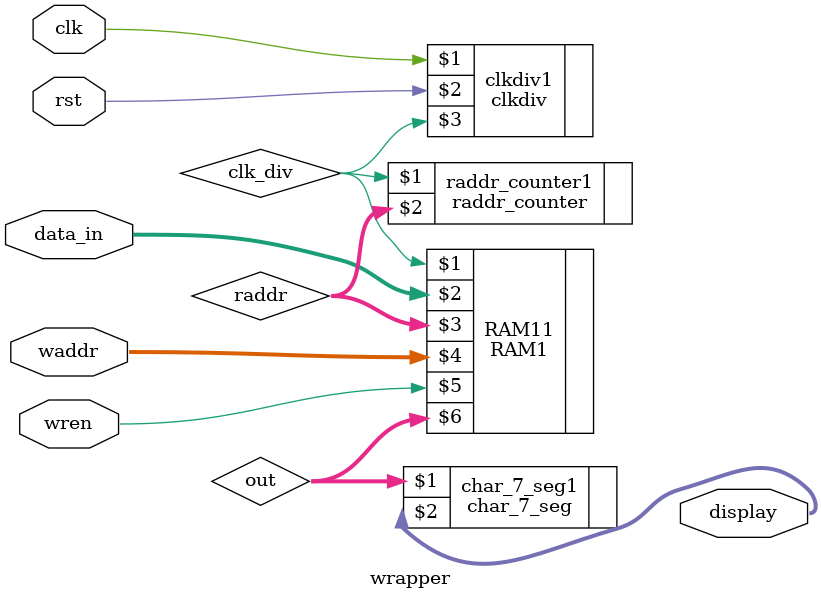
<source format=v>
module wrapper(clk,data_in, wren, waddr, display,rst);
	input clk,wren,rst;
	input [3:0] data_in;
	input [4:0] waddr;
	output [6:0] display;
	
	wire clk_div;
	wire [4:0] raddr;
	wire [3:0] out;
	
	clkdiv clkdiv1(clk,rst,clk_div);
	raddr_counter raddr_counter1(clk_div,raddr);
	RAM1 RAM11(clk_div,data_in,raddr,waddr,wren,out);
	char_7_seg char_7_seg1(out, display);
	
endmodule
	
	
</source>
